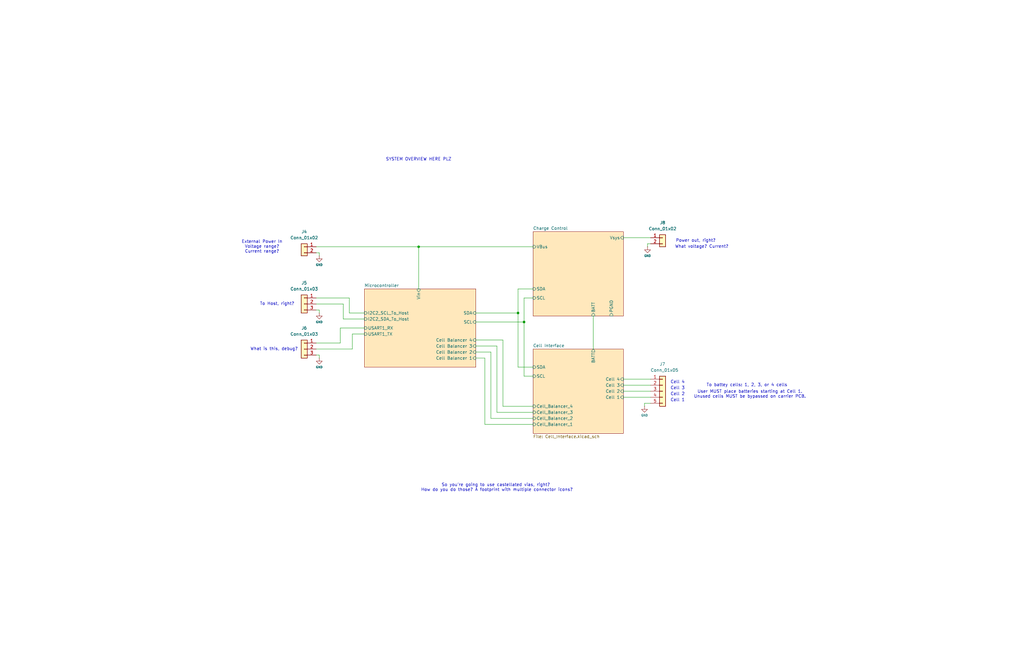
<source format=kicad_sch>
(kicad_sch (version 20250114) (generator "eeschema") (generator_version "9.0")
  (paper "B")
  (title_block (title "Battery Management System") (date "2025-04-20") (rev "0.0.3") (company "Portland State University") (comment 1 "Fernando Custodio, Tyler Tran") (comment 2 "Daniel Anishchenko, Cuauhtemoc Gomez, Cody Reid") (comment 3 "Capstone - Team #6"))
  (lib_symbols
    (symbol "Connector_Generic:Conn_01x02" (pin_names (offset 1.016) (hide yes))
      (property "Reference" "J" (at 0 2.54 0))
      (property "Value" "Conn_01x02" (at 0 -5.08 0))
      (symbol "Conn_01x02_1_1"
        (rectangle (start -1.27 1.27) (end 1.27 -3.81) (stroke (width 0.254)) (fill (type background)))
        (rectangle (start -1.27 0.127) (end 0 -0.127) (stroke (width 0.1524)))
        (rectangle (start -1.27 -2.413) (end 0 -2.667) (stroke (width 0.1524)))
        (pin passive line (at -5.08 0 0) (length 3.81) (name "Pin_1") (number "1"))
        (pin passive line (at -5.08 -2.54 0) (length 3.81) (name "Pin_2") (number "2"))
      )
    )
    (symbol "Connector_Generic:Conn_01x03" (pin_names (offset 1.016) (hide yes))
      (property "Reference" "J" (at 0 5.08 0))
      (property "Value" "Conn_01x03" (at 0 -5.08 0))
      (symbol "Conn_01x03_1_1"
        (rectangle (start -1.27 3.81) (end 1.27 -3.81) (stroke (width 0.254)) (fill (type background)))
        (rectangle (start -1.27 2.667) (end 0 2.413) (stroke (width 0.1524)))
        (rectangle (start -1.27 0.127) (end 0 -0.127) (stroke (width 0.1524)))
        (rectangle (start -1.27 -2.413) (end 0 -2.667) (stroke (width 0.1524)))
        (pin passive line (at -5.08 2.54 0) (length 3.81) (name "Pin_1") (number "1"))
        (pin passive line (at -5.08 0 0) (length 3.81) (name "Pin_2") (number "2"))
        (pin passive line (at -5.08 -2.54 0) (length 3.81) (name "Pin_3") (number "3"))
      )
    )
    (symbol "Connector_Generic:Conn_01x05" (pin_names (offset 1.016) (hide yes))
      (property "Reference" "J" (at 0 7.62 0))
      (property "Value" "Conn_01x05" (at 0 -7.62 0))
      (symbol "Conn_01x05_1_1"
        (rectangle (start -1.27 6.35) (end 1.27 -6.35) (stroke (width 0.254)) (fill (type background)))
        (rectangle (start -1.27 5.207) (end 0 4.953) (stroke (width 0.1524)))
        (rectangle (start -1.27 2.667) (end 0 2.413) (stroke (width 0.1524)))
        (rectangle (start -1.27 0.127) (end 0 -0.127) (stroke (width 0.1524)))
        (rectangle (start -1.27 -2.413) (end 0 -2.667) (stroke (width 0.1524)))
        (rectangle (start -1.27 -4.953) (end 0 -5.207) (stroke (width 0.1524)))
        (pin passive line (at -5.08 5.08 0) (length 3.81) (name "Pin_1") (number "1"))
        (pin passive line (at -5.08 2.54 0) (length 3.81) (name "Pin_2") (number "2"))
        (pin passive line (at -5.08 0 0) (length 3.81) (name "Pin_3") (number "3"))
        (pin passive line (at -5.08 -2.54 0) (length 3.81) (name "Pin_4") (number "4"))
        (pin passive line (at -5.08 -5.08 0) (length 3.81) (name "Pin_5") (number "5"))
      )
    )
    (symbol "power:GND" (power) (pin_numbers (hide yes)) (pin_names (offset 0) (hide yes))
      (property "Value" "GND" (at 0 -3.81 0))
      (symbol "GND_0_1"
        (polyline (pts (xy 0 0) (xy 0 -1.27) (xy 1.27 -1.27) (xy 0 -2.54) (xy -1.27 -1.27) (xy 0 -1.27)))
      )
      (symbol "GND_1_1"
        (pin power_in line (at 0 0 270) (length 0) (name "~") (number "1"))
      )
    )
  )
  (text "Cell 3" (at 285.75 163.83 0) (effects (font (size 1.27 1.27))))
  (text "What voltage? Current?" (at 295.91 104.14 0) (effects (font (size 1.27 1.27))))
  (text "To Host, right?" (at 116.84 128.27 0) (effects (font (size 1.27 1.27))))
  (text "Cell 4\n" (at 285.75 161.29 0) (effects (font (size 1.27 1.27))))
  (text "To battey cells: 1, 2, 3, or 4 cells" (at 314.96 162.56 0) (effects (font (size 1.27 1.27))))
  (text "Cell 2" (at 285.75 166.37 0) (effects (font (size 1.27 1.27))))
  (text "User MUST place batteries starting at Cell 1.\nUnused cells MUST be bypassed on carrier PCB.\n" (at 316.23 166.37 0) (effects (font (size 1.27 1.27))))
  (text "SYSTEM OVERVIEW HERE PLZ" (at 176.53 67.31 0) (effects (font (size 1.27 1.27))))
  (text "Power out, right?" (at 293.37 101.6 0) (effects (font (size 1.27 1.27))))
  (text "What is this, debug?" (at 115.57 147.32 0) (effects (font (size 1.27 1.27))))
  (text "External Power In\nVoltage range?\nCurrent range?" (at 110.49 104.14 0) (effects (font (size 1.27 1.27))))
  (text "Cell 1\n" (at 285.75 168.91 0) (effects (font (size 1.27 1.27))))
  (text "So you're going to use castellated vias, right? \nHow do you do those? A footprint with multiple connector icons?" (at 209.55 205.74 0) (effects (font (size 1.27 1.27))))
  (junction (at 176.53 104.14))
  (junction (at 218.44 132.08))
  (junction (at 220.98 135.89))
  (wire (pts (xy 134.62 149.86) (xy 134.62 151.13)))
  (wire (pts (xy 224.79 158.75) (xy 220.98 158.75)))
  (wire (pts (xy 218.44 132.08) (xy 200.66 132.08)))
  (wire (pts (xy 262.89 167.64) (xy 274.32 167.64)))
  (wire (pts (xy 262.89 160.02) (xy 274.32 160.02)))
  (wire (pts (xy 147.32 125.73) (xy 133.35 125.73)))
  (wire (pts (xy 134.62 106.68) (xy 134.62 107.95)))
  (wire (pts (xy 133.35 104.14) (xy 176.53 104.14)))
  (wire (pts (xy 220.98 135.89) (xy 200.66 135.89)))
  (wire (pts (xy 274.32 102.87) (xy 273.05 102.87)))
  (wire (pts (xy 218.44 132.08) (xy 218.44 154.94)))
  (wire (pts (xy 133.35 144.78) (xy 143.51 144.78)))
  (wire (pts (xy 209.55 173.99) (xy 209.55 146.05)))
  (wire (pts (xy 274.32 170.18) (xy 271.78 170.18)))
  (wire (pts (xy 250.19 133.35) (xy 250.19 147.32)))
  (wire (pts (xy 204.47 179.07) (xy 224.79 179.07)))
  (wire (pts (xy 144.78 134.62) (xy 153.67 134.62)))
  (wire (pts (xy 143.51 138.43) (xy 153.67 138.43)))
  (wire (pts (xy 212.09 171.45) (xy 224.79 171.45)))
  (wire (pts (xy 209.55 146.05) (xy 200.66 146.05)))
  (wire (pts (xy 143.51 144.78) (xy 143.51 138.43)))
  (wire (pts (xy 220.98 125.73) (xy 220.98 135.89)))
  (wire (pts (xy 204.47 151.13) (xy 204.47 179.07)))
  (wire (pts (xy 207.01 176.53) (xy 224.79 176.53)))
  (wire (pts (xy 273.05 102.87) (xy 273.05 104.14)))
  (wire (pts (xy 144.78 134.62) (xy 144.78 128.27)))
  (wire (pts (xy 148.59 140.97) (xy 153.67 140.97)))
  (wire (pts (xy 133.35 147.32) (xy 148.59 147.32)))
  (wire (pts (xy 133.35 130.81) (xy 134.62 130.81)))
  (wire (pts (xy 148.59 147.32) (xy 148.59 140.97)))
  (wire (pts (xy 147.32 132.08) (xy 147.32 125.73)))
  (wire (pts (xy 144.78 128.27) (xy 133.35 128.27)))
  (wire (pts (xy 200.66 148.59) (xy 207.01 148.59)))
  (wire (pts (xy 176.53 104.14) (xy 224.79 104.14)))
  (wire (pts (xy 218.44 121.92) (xy 218.44 132.08)))
  (wire (pts (xy 207.01 148.59) (xy 207.01 176.53)))
  (wire (pts (xy 220.98 125.73) (xy 224.79 125.73)))
  (wire (pts (xy 218.44 121.92) (xy 224.79 121.92)))
  (wire (pts (xy 133.35 149.86) (xy 134.62 149.86)))
  (wire (pts (xy 262.89 162.56) (xy 274.32 162.56)))
  (wire (pts (xy 212.09 143.51) (xy 212.09 171.45)))
  (wire (pts (xy 200.66 151.13) (xy 204.47 151.13)))
  (wire (pts (xy 147.32 132.08) (xy 153.67 132.08)))
  (wire (pts (xy 134.62 130.81) (xy 134.62 132.08)))
  (wire (pts (xy 262.89 100.33) (xy 274.32 100.33)))
  (wire (pts (xy 271.78 170.18) (xy 271.78 171.45)))
  (wire (pts (xy 224.79 173.99) (xy 209.55 173.99)))
  (wire (pts (xy 224.79 154.94) (xy 218.44 154.94)))
  (wire (pts (xy 176.53 104.14) (xy 176.53 121.92)))
  (wire (pts (xy 220.98 135.89) (xy 220.98 158.75)))
  (wire (pts (xy 200.66 143.51) (xy 212.09 143.51)))
  (wire (pts (xy 262.89 165.1) (xy 274.32 165.1)))
  (wire (pts (xy 133.35 106.68) (xy 134.62 106.68)))
  (symbol (lib_id "power:GND") (at 134.62 151.13 0) (unit 1)
    (property "Reference" "#PWR077" (effects (hide yes)))
    (property "Value" "GND" (at 134.62 154.94 0) (effects (font (size 0.889 0.889))))
    (property "Description" "Power symbol creates a global label with name \"GND\" , ground" (effects (hide yes)))
  )
  (symbol (lib_id "power:GND") (at 134.62 132.08 0) (unit 1)
    (property "Reference" "#PWR076" (effects (hide yes)))
    (property "Value" "GND" (at 134.62 135.89 0) (effects (font (size 0.889 0.889))))
    (property "Description" "Power symbol creates a global label with name \"GND\" , ground" (effects (hide yes)))
  )
  (symbol (lib_id "Connector_Generic:Conn_01x03") (at 128.27 128.27 0) (mirror y) (unit 1)
    (property "Reference" "J5" (at 128.27 119.38 0))
    (property "Value" "Conn_01x03" (at 128.27 121.92 0))
    (property "Description" "Generic connector, single row, 01x03, script generated (kicad-library-utils/schlib/autogen/connector/)" (effects (hide yes)))
  )
  (symbol (lib_id "Connector_Generic:Conn_01x03") (at 128.27 147.32 0) (mirror y) (unit 1)
    (property "Reference" "J6" (at 128.27 138.43 0))
    (property "Value" "Conn_01x03" (at 128.27 140.97 0))
    (property "Description" "Generic connector, single row, 01x03, script generated (kicad-library-utils/schlib/autogen/connector/)" (effects (hide yes)))
  )
  (symbol (lib_id "power:GND") (at 271.78 171.45 0) (unit 1)
    (property "Reference" "#PWR078" (effects (hide yes)))
    (property "Value" "GND" (at 271.78 175.26 0) (effects (font (size 0.889 0.889))))
    (property "Description" "Power symbol creates a global label with name \"GND\" , ground" (effects (hide yes)))
  )
  (symbol (lib_id "power:GND") (at 273.05 104.14 0) (mirror y) (unit 1)
    (property "Reference" "#PWR082" (effects (hide yes)))
    (property "Value" "GND" (at 273.05 107.95 0) (effects (font (size 0.889 0.889))))
    (property "Description" "Power symbol creates a global label with name \"GND\" , ground" (effects (hide yes)))
  )
  (symbol (lib_id "Connector_Generic:Conn_01x02") (at 279.4 100.33 0) (unit 1)
    (property "Reference" "J8" (at 279.4 93.98 0))
    (property "Value" "Conn_01x02" (at 279.4 96.52 0))
    (property "Description" "Generic connector, single row, 01x02, script generated (kicad-library-utils/schlib/autogen/connector/)" (effects (hide yes)))
  )
  (symbol (lib_id "Connector_Generic:Conn_01x05") (at 279.4 165.1 0) (unit 1)
    (property "Reference" "J7" (at 278.13 153.67 0) (effects (justify left)))
    (property "Value" "Conn_01x05" (at 274.32 156.21 0) (effects (justify left)))
    (property "Description" "Generic connector, single row, 01x05, script generated (kicad-library-utils/schlib/autogen/connector/)" (effects (hide yes)))
  )
  (symbol (lib_id "Connector_Generic:Conn_01x02") (at 128.27 104.14 0) (mirror y) (unit 1)
    (property "Reference" "J4" (at 128.27 97.79 0))
    (property "Value" "Conn_01x02" (at 128.27 100.33 0))
    (property "Description" "Generic connector, single row, 01x02, script generated (kicad-library-utils/schlib/autogen/connector/)" (effects (hide yes)))
  )
  (symbol (lib_id "power:GND") (at 134.62 107.95 0) (unit 1)
    (property "Reference" "#PWR074" (effects (hide yes)))
    (property "Value" "GND" (at 134.62 111.76 0) (effects (font (size 0.889 0.889))))
    (property "Description" "Power symbol creates a global label with name \"GND\" , ground" (effects (hide yes)))
  )
  (sheet (at 224.79 147.32) (size 38.1 35.56) (stroke (width 0.1524)) (fill (color 255 232 188 1.0000))
    (property "Sheetname" "Cell Interface" (at 224.79 146.6084 0) (effects (justify left bottom)))
    (property "Sheetfile" "Cell_Interface.kicad_sch" (at 224.79 183.4646 0) (effects (justify left top)))
    (pin "BATT" output (at 250.19 147.32 90))
    (pin "Cell_Balancer_2" input (at 224.79 176.53 180))
    (pin "Cell_Balancer_1" input (at 224.79 179.07 180))
    (pin "Cell_Balancer_3" input (at 224.79 173.99 180))
    (pin "Cell_Balancer_4" input (at 224.79 171.45 180))
    (pin "SCL" input (at 224.79 158.75 180))
    (pin "SDA" input (at 224.79 154.94 180))
    (pin "Cell 2" input (at 262.89 165.1 0))
    (pin "Cell 3" input (at 262.89 162.56 0))
    (pin "Cell 4" input (at 262.89 160.02 0))
    (pin "Cell 1" input (at 262.89 167.64 0))
  )
  (sheet (at 224.79 97.79) (size 38.1 35.56) (stroke (width 0.1524)) (fill (color 255 232 188 1.0000))
    (property "Sheetname" "Charge Control" (at 224.79 97.0784 0) (effects (justify left bottom)))
    (property "Sheetfile" "Charge_Control.kicad_sch" (effects (hide yes)))
    (pin "BATT" input (at 250.19 133.35 270))
    (pin "SCL" input (at 224.79 125.73 180))
    (pin "SDA" input (at 224.79 121.92 180))
    (pin "PGND" input (at 257.81 133.35 270))
    (pin "VBus" input (at 224.79 104.14 180))
    (pin "Vsys" input (at 262.89 100.33 0))
  )
  (sheet (at 153.67 121.92) (size 46.99 33.02) (stroke (width 0.1524)) (fill (color 255 232 188 1.0000))
    (property "Sheetname" "Microcontroller" (at 153.67 121.2084 0) (effects (justify left bottom)))
    (property "Sheetfile" "Microcontroller.kicad_sch" (effects (hide yes)))
    (pin "Vin" input (at 176.53 121.92 90))
    (pin "Cell Balancer 1" input (at 200.66 151.13 0))
    (pin "Cell Balancer 2" input (at 200.66 148.59 0))
    (pin "Cell Balancer 3" input (at 200.66 146.05 0))
    (pin "Cell Balancer 4" input (at 200.66 143.51 0))
    (pin "I2C2_SCL_To_Host" input (at 153.67 132.08 180))
    (pin "I2C2_SDA_To_Host" input (at 153.67 134.62 180))
    (pin "USART1_RX" input (at 153.67 138.43 180))
    (pin "USART1_TX" input (at 153.67 140.97 180))
    (pin "SDA" input (at 200.66 132.08 0))
    (pin "SCL" input (at 200.66 135.89 0))
  )
)
</source>
